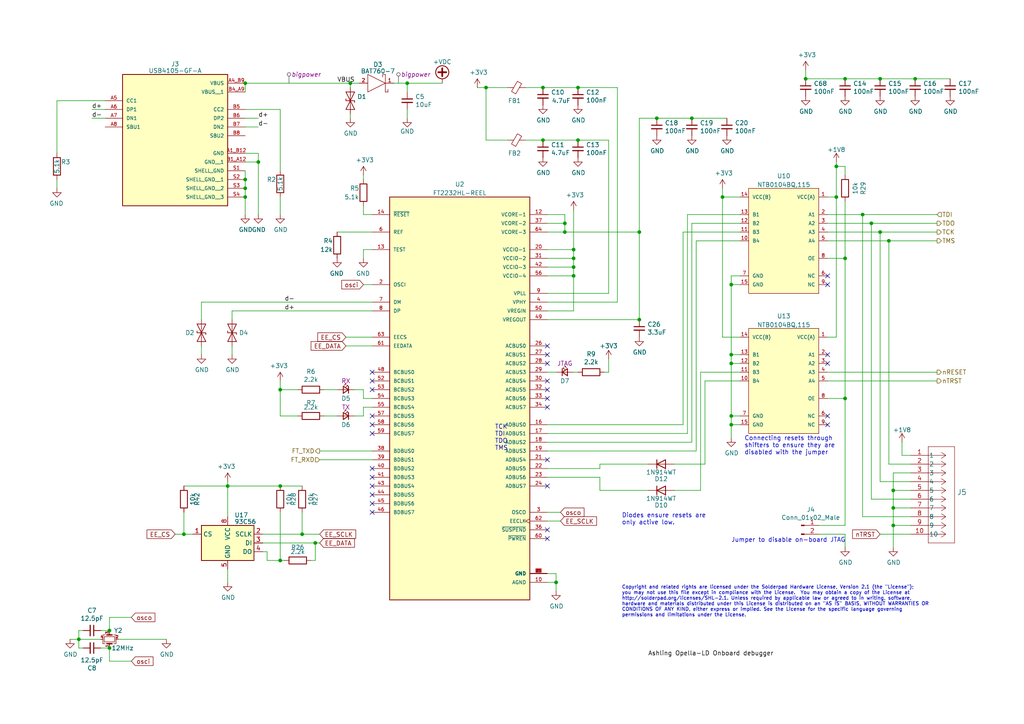
<source format=kicad_sch>
(kicad_sch (version 20230121) (generator eeschema)
  (paper "A4")
  (junction (at 255.27 67.31))
  (junction (at 250.19 62.23))
  (junction (at 140.97 25.4))
  (junction (at 245.11 22.86))
  (junction (at 157.48 25.4))
  (junction (at 166.37 72.39))
  (junction (at 190.5 34.29))
  (junction (at 255.27 22.86))
  (junction (at 163.83 67.31))
  (junction (at 259.08 152.4))
  (junction (at 245.11 115.57))
  (junction (at 166.37 77.47))
  (junction (at 53.34 154.94))
  (junction (at 74.93 46.99))
  (junction (at 118.11 24.13))
  (junction (at 161.29 168.91))
  (junction (at 81.28 113.03))
  (junction (at 166.37 74.93))
  (junction (at 66.04 140.97))
  (junction (at 212.09 123.19))
  (junction (at 233.68 22.86))
  (junction (at 71.12 57.15))
  (junction (at 185.42 67.31))
  (junction (at 259.08 142.24))
  (junction (at 200.66 34.29))
  (junction (at 167.64 40.64))
  (junction (at 167.64 25.4))
  (junction (at 209.55 57.15))
  (junction (at 212.09 102.87))
  (junction (at 71.12 52.07))
  (junction (at 31.75 187.96))
  (junction (at 101.6 24.13))
  (junction (at 242.57 57.15))
  (junction (at 22.86 185.42))
  (junction (at 166.37 80.01))
  (junction (at 71.12 54.61))
  (junction (at 163.83 64.77))
  (junction (at 31.75 182.88))
  (junction (at 71.12 24.13))
  (junction (at 81.28 140.97))
  (junction (at 259.08 147.32))
  (junction (at 91.44 157.48))
  (junction (at 212.09 105.41))
  (junction (at 265.43 22.86))
  (junction (at 245.11 74.93))
  (junction (at 157.48 40.64))
  (junction (at 242.57 48.26))
  (junction (at 81.28 162.56))
  (junction (at 252.73 64.77))
  (junction (at 185.42 92.71))
  (junction (at 212.09 120.65))
  (junction (at 212.09 82.55))
  (junction (at 257.81 69.85))
  (junction (at 87.63 154.94))
  (no_connect (at 107.95 107.95))
  (no_connect (at 240.03 120.65))
  (no_connect (at 107.95 110.49))
  (no_connect (at 240.03 82.55))
  (no_connect (at 240.03 80.01))
  (no_connect (at 240.03 123.19))
  (no_connect (at 107.95 140.97))
  (no_connect (at 240.03 105.41))
  (no_connect (at 158.75 110.49))
  (no_connect (at 158.75 113.03))
  (no_connect (at 158.75 115.57))
  (no_connect (at 158.75 118.11))
  (no_connect (at 107.95 125.73))
  (no_connect (at 107.95 135.89))
  (no_connect (at 107.95 143.51))
  (no_connect (at 107.95 146.05))
  (no_connect (at 107.95 148.59))
  (no_connect (at 107.95 138.43))
  (no_connect (at 158.75 153.67))
  (no_connect (at 158.75 156.21))
  (no_connect (at 158.75 102.87))
  (no_connect (at 158.75 100.33))
  (no_connect (at 158.75 105.41))
  (no_connect (at 158.75 133.35))
  (no_connect (at 158.75 140.97))
  (no_connect (at 107.95 120.65))
  (no_connect (at 107.95 123.19))
  (no_connect (at 107.95 113.03))
  (no_connect (at 240.03 102.87))
  (wire (pts (xy 264.16 149.86) (xy 250.19 149.86)))
  (wire (pts (xy 22.86 185.42) (xy 29.21 185.42)))
  (wire (pts (xy 158.75 125.73) (xy 199.39 125.73)))
  (wire (pts (xy 76.2 160.02) (xy 77.47 160.02)))
  (wire (pts (xy 77.47 162.56) (xy 81.28 162.56)))
  (wire (pts (xy 53.34 154.94) (xy 55.88 154.94)))
  (wire (pts (xy 212.09 102.87) (xy 212.09 105.41)))
  (wire (pts (xy 158.75 62.23) (xy 163.83 62.23)))
  (wire (pts (xy 71.12 36.83) (xy 74.93 36.83)))
  (wire (pts (xy 195.58 134.62) (xy 204.47 134.62)))
  (wire (pts (xy 22.86 182.88) (xy 24.13 182.88)))
  (wire (pts (xy 203.2 142.24) (xy 203.2 107.95)))
  (wire (pts (xy 245.11 48.26) (xy 242.57 48.26)))
  (wire (pts (xy 240.03 107.95) (xy 271.78 107.95)))
  (wire (pts (xy 20.32 185.42) (xy 22.86 185.42)))
  (wire (pts (xy 71.12 24.13) (xy 101.6 24.13)))
  (wire (pts (xy 91.44 157.48) (xy 92.71 157.48)))
  (wire (pts (xy 200.66 34.29) (xy 190.5 34.29)))
  (wire (pts (xy 212.09 105.41) (xy 212.09 120.65)))
  (wire (pts (xy 176.53 107.95) (xy 175.26 107.95)))
  (wire (pts (xy 212.09 123.19) (xy 214.63 123.19)))
  (wire (pts (xy 161.29 166.37) (xy 161.29 168.91)))
  (wire (pts (xy 265.43 22.86) (xy 275.59 22.86)))
  (wire (pts (xy 71.12 57.15) (xy 71.12 62.23)))
  (wire (pts (xy 176.53 40.64) (xy 176.53 85.09)))
  (wire (pts (xy 200.66 64.77) (xy 200.66 128.27)))
  (wire (pts (xy 31.75 191.77) (xy 31.75 187.96)))
  (wire (pts (xy 212.09 82.55) (xy 212.09 102.87)))
  (wire (pts (xy 161.29 168.91) (xy 161.29 171.45)))
  (wire (pts (xy 97.79 120.65) (xy 93.98 120.65)))
  (wire (pts (xy 105.41 113.03) (xy 105.41 115.57)))
  (wire (pts (xy 261.62 128.27) (xy 261.62 132.08)))
  (wire (pts (xy 152.4 40.64) (xy 157.48 40.64)))
  (wire (pts (xy 101.6 24.13) (xy 104.14 24.13)))
  (wire (pts (xy 257.81 69.85) (xy 257.81 134.62)))
  (wire (pts (xy 245.11 115.57) (xy 245.11 152.4)))
  (wire (pts (xy 105.41 118.11) (xy 107.95 118.11)))
  (wire (pts (xy 173.99 134.62) (xy 187.96 134.62)))
  (wire (pts (xy 212.09 123.19) (xy 212.09 127)))
  (wire (pts (xy 173.99 135.89) (xy 173.99 134.62)))
  (wire (pts (xy 81.28 140.97) (xy 87.63 140.97)))
  (wire (pts (xy 209.55 97.79) (xy 209.55 57.15)))
  (wire (pts (xy 214.63 62.23) (xy 199.39 62.23)))
  (wire (pts (xy 163.83 67.31) (xy 163.83 64.77)))
  (wire (pts (xy 237.49 154.94) (xy 245.11 154.94)))
  (wire (pts (xy 158.75 107.95) (xy 161.29 107.95)))
  (wire (pts (xy 138.43 25.4) (xy 140.97 25.4)))
  (wire (pts (xy 86.36 120.65) (xy 81.28 120.65)))
  (wire (pts (xy 105.41 59.69) (xy 105.41 62.23)))
  (wire (pts (xy 97.79 67.31) (xy 107.95 67.31)))
  (wire (pts (xy 158.75 67.31) (xy 163.83 67.31)))
  (wire (pts (xy 259.08 137.16) (xy 259.08 142.24)))
  (wire (pts (xy 71.12 34.29) (xy 74.93 34.29)))
  (wire (pts (xy 24.13 187.96) (xy 22.86 187.96)))
  (wire (pts (xy 81.28 148.59) (xy 81.28 162.56)))
  (wire (pts (xy 81.28 162.56) (xy 82.55 162.56)))
  (wire (pts (xy 152.4 25.4) (xy 157.48 25.4)))
  (wire (pts (xy 257.81 69.85) (xy 271.78 69.85)))
  (wire (pts (xy 214.63 97.79) (xy 209.55 97.79)))
  (wire (pts (xy 163.83 67.31) (xy 185.42 67.31)))
  (wire (pts (xy 128.27 24.13) (xy 118.11 24.13)))
  (wire (pts (xy 90.17 162.56) (xy 91.44 162.56)))
  (wire (pts (xy 158.75 80.01) (xy 166.37 80.01)))
  (wire (pts (xy 81.28 120.65) (xy 81.28 113.03)))
  (wire (pts (xy 74.93 44.45) (xy 74.93 46.99)))
  (wire (pts (xy 118.11 34.29) (xy 118.11 31.75)))
  (wire (pts (xy 198.12 123.19) (xy 198.12 67.31)))
  (wire (pts (xy 259.08 152.4) (xy 264.16 152.4)))
  (wire (pts (xy 58.42 87.63) (xy 107.95 87.63)))
  (wire (pts (xy 158.75 151.13) (xy 162.56 151.13)))
  (wire (pts (xy 240.03 69.85) (xy 257.81 69.85)))
  (wire (pts (xy 81.28 110.49) (xy 81.28 113.03)))
  (wire (pts (xy 50.8 154.94) (xy 53.34 154.94)))
  (wire (pts (xy 102.87 113.03) (xy 105.41 113.03)))
  (wire (pts (xy 71.12 31.75) (xy 81.28 31.75)))
  (wire (pts (xy 66.04 140.97) (xy 66.04 149.86)))
  (wire (pts (xy 158.75 138.43) (xy 173.99 138.43)))
  (wire (pts (xy 173.99 138.43) (xy 173.99 142.24)))
  (wire (pts (xy 212.09 120.65) (xy 212.09 123.19)))
  (wire (pts (xy 199.39 62.23) (xy 199.39 125.73)))
  (wire (pts (xy 255.27 154.94) (xy 264.16 154.94)))
  (wire (pts (xy 242.57 48.26) (xy 242.57 57.15)))
  (wire (pts (xy 259.08 152.4) (xy 259.08 158.75)))
  (wire (pts (xy 158.75 128.27) (xy 200.66 128.27)))
  (wire (pts (xy 163.83 62.23) (xy 163.83 64.77)))
  (wire (pts (xy 203.2 107.95) (xy 214.63 107.95)))
  (wire (pts (xy 201.93 69.85) (xy 214.63 69.85)))
  (wire (pts (xy 195.58 142.24) (xy 203.2 142.24)))
  (wire (pts (xy 250.19 62.23) (xy 250.19 149.86)))
  (wire (pts (xy 105.41 115.57) (xy 107.95 115.57)))
  (wire (pts (xy 53.34 140.97) (xy 66.04 140.97)))
  (wire (pts (xy 259.08 147.32) (xy 264.16 147.32)))
  (wire (pts (xy 204.47 110.49) (xy 214.63 110.49)))
  (wire (pts (xy 105.41 72.39) (xy 105.41 74.93)))
  (wire (pts (xy 233.68 22.86) (xy 245.11 22.86)))
  (wire (pts (xy 259.08 142.24) (xy 259.08 147.32)))
  (wire (pts (xy 101.6 34.29) (xy 101.6 33.02)))
  (wire (pts (xy 242.57 97.79) (xy 242.57 57.15)))
  (wire (pts (xy 26.67 34.29) (xy 30.48 34.29)))
  (wire (pts (xy 66.04 139.7) (xy 66.04 140.97)))
  (wire (pts (xy 245.11 154.94) (xy 245.11 158.75)))
  (wire (pts (xy 87.63 154.94) (xy 92.71 154.94)))
  (wire (pts (xy 158.75 72.39) (xy 166.37 72.39)))
  (wire (pts (xy 158.75 92.71) (xy 185.42 92.71)))
  (wire (pts (xy 102.87 120.65) (xy 105.41 120.65)))
  (wire (pts (xy 212.09 120.65) (xy 214.63 120.65)))
  (wire (pts (xy 240.03 64.77) (xy 252.73 64.77)))
  (wire (pts (xy 158.75 64.77) (xy 163.83 64.77)))
  (wire (pts (xy 101.6 25.4) (xy 101.6 24.13)))
  (wire (pts (xy 158.75 166.37) (xy 161.29 166.37)))
  (wire (pts (xy 212.09 102.87) (xy 214.63 102.87)))
  (wire (pts (xy 158.75 74.93) (xy 166.37 74.93)))
  (wire (pts (xy 209.55 57.15) (xy 214.63 57.15)))
  (wire (pts (xy 245.11 74.93) (xy 245.11 115.57)))
  (wire (pts (xy 67.31 92.71) (xy 67.31 90.17)))
  (wire (pts (xy 264.16 139.7) (xy 255.27 139.7)))
  (wire (pts (xy 162.56 148.59) (xy 158.75 148.59)))
  (wire (pts (xy 71.12 52.07) (xy 71.12 54.61)))
  (wire (pts (xy 67.31 90.17) (xy 107.95 90.17)))
  (wire (pts (xy 212.09 105.41) (xy 214.63 105.41)))
  (wire (pts (xy 71.12 44.45) (xy 74.93 44.45)))
  (wire (pts (xy 158.75 123.19) (xy 198.12 123.19)))
  (wire (pts (xy 264.16 137.16) (xy 259.08 137.16)))
  (wire (pts (xy 105.41 120.65) (xy 105.41 118.11)))
  (wire (pts (xy 81.28 113.03) (xy 86.36 113.03)))
  (wire (pts (xy 16.51 54.61) (xy 16.51 52.07)))
  (wire (pts (xy 16.51 29.21) (xy 16.51 44.45)))
  (wire (pts (xy 81.28 62.23) (xy 81.28 57.15)))
  (wire (pts (xy 233.68 20.32) (xy 233.68 22.86)))
  (wire (pts (xy 240.03 62.23) (xy 250.19 62.23)))
  (wire (pts (xy 87.63 148.59) (xy 87.63 154.94)))
  (wire (pts (xy 212.09 80.01) (xy 212.09 82.55)))
  (wire (pts (xy 173.99 142.24) (xy 187.96 142.24)))
  (wire (pts (xy 16.51 29.21) (xy 30.48 29.21)))
  (wire (pts (xy 158.75 87.63) (xy 179.07 87.63)))
  (wire (pts (xy 22.86 187.96) (xy 22.86 185.42)))
  (wire (pts (xy 29.21 182.88) (xy 31.75 182.88)))
  (wire (pts (xy 252.73 64.77) (xy 252.73 144.78)))
  (wire (pts (xy 22.86 185.42) (xy 22.86 182.88)))
  (wire (pts (xy 105.41 50.8) (xy 105.41 52.07)))
  (wire (pts (xy 71.12 24.13) (xy 71.12 26.67)))
  (wire (pts (xy 212.09 80.01) (xy 214.63 80.01)))
  (wire (pts (xy 31.75 179.07) (xy 31.75 182.88)))
  (wire (pts (xy 26.67 31.75) (xy 30.48 31.75)))
  (wire (pts (xy 92.71 133.35) (xy 107.95 133.35)))
  (wire (pts (xy 105.41 62.23) (xy 107.95 62.23)))
  (wire (pts (xy 255.27 22.86) (xy 265.43 22.86)))
  (wire (pts (xy 100.33 100.33) (xy 107.95 100.33)))
  (wire (pts (xy 185.42 34.29) (xy 185.42 67.31)))
  (wire (pts (xy 66.04 140.97) (xy 81.28 140.97)))
  (wire (pts (xy 198.12 67.31) (xy 214.63 67.31)))
  (wire (pts (xy 58.42 87.63) (xy 58.42 92.71)))
  (wire (pts (xy 264.16 134.62) (xy 257.81 134.62)))
  (wire (pts (xy 91.44 162.56) (xy 91.44 157.48)))
  (wire (pts (xy 185.42 92.71) (xy 185.42 67.31)))
  (wire (pts (xy 209.55 54.61) (xy 209.55 57.15)))
  (wire (pts (xy 259.08 147.32) (xy 259.08 152.4)))
  (wire (pts (xy 67.31 100.33) (xy 67.31 102.87)))
  (wire (pts (xy 114.3 24.13) (xy 118.11 24.13)))
  (wire (pts (xy 250.19 62.23) (xy 271.78 62.23)))
  (wire (pts (xy 34.29 185.42) (xy 48.26 185.42)))
  (wire (pts (xy 237.49 152.4) (xy 245.11 152.4)))
  (wire (pts (xy 179.07 25.4) (xy 179.07 87.63)))
  (wire (pts (xy 210.82 34.29) (xy 200.66 34.29)))
  (wire (pts (xy 255.27 67.31) (xy 255.27 139.7)))
  (wire (pts (xy 77.47 160.02) (xy 77.47 162.56)))
  (wire (pts (xy 264.16 144.78) (xy 252.73 144.78)))
  (wire (pts (xy 166.37 107.95) (xy 167.64 107.95)))
  (wire (pts (xy 92.71 130.81) (xy 107.95 130.81)))
  (wire (pts (xy 140.97 25.4) (xy 147.32 25.4)))
  (wire (pts (xy 158.75 85.09) (xy 176.53 85.09)))
  (wire (pts (xy 157.48 25.4) (xy 167.64 25.4)))
  (wire (pts (xy 214.63 64.77) (xy 200.66 64.77)))
  (wire (pts (xy 204.47 134.62) (xy 204.47 110.49)))
  (wire (pts (xy 242.57 46.99) (xy 242.57 48.26)))
  (wire (pts (xy 240.03 97.79) (xy 242.57 97.79)))
  (wire (pts (xy 118.11 26.67) (xy 118.11 24.13)))
  (wire (pts (xy 100.33 97.79) (xy 107.95 97.79)))
  (wire (pts (xy 71.12 46.99) (xy 74.93 46.99)))
  (wire (pts (xy 167.64 25.4) (xy 179.07 25.4)))
  (wire (pts (xy 252.73 64.77) (xy 271.78 64.77)))
  (wire (pts (xy 38.1 179.07) (xy 31.75 179.07)))
  (wire (pts (xy 245.11 50.8) (xy 245.11 48.26)))
  (wire (pts (xy 158.75 168.91) (xy 161.29 168.91)))
  (wire (pts (xy 185.42 34.29) (xy 190.5 34.29)))
  (wire (pts (xy 240.03 67.31) (xy 255.27 67.31)))
  (wire (pts (xy 105.41 82.55) (xy 107.95 82.55)))
  (wire (pts (xy 71.12 54.61) (xy 71.12 57.15)))
  (wire (pts (xy 245.11 22.86) (xy 255.27 22.86)))
  (wire (pts (xy 166.37 90.17) (xy 166.37 80.01)))
  (wire (pts (xy 201.93 69.85) (xy 201.93 130.81)))
  (wire (pts (xy 158.75 90.17) (xy 166.37 90.17)))
  (wire (pts (xy 81.28 31.75) (xy 81.28 49.53)))
  (wire (pts (xy 166.37 80.01) (xy 166.37 77.47)))
  (wire (pts (xy 53.34 148.59) (xy 53.34 154.94)))
  (wire (pts (xy 166.37 74.93) (xy 166.37 72.39)))
  (wire (pts (xy 140.97 40.64) (xy 140.97 25.4)))
  (wire (pts (xy 261.62 132.08) (xy 264.16 132.08)))
  (wire (pts (xy 240.03 115.57) (xy 245.11 115.57)))
  (wire (pts (xy 38.1 191.77) (xy 31.75 191.77)))
  (wire (pts (xy 97.79 113.03) (xy 93.98 113.03)))
  (wire (pts (xy 158.75 130.81) (xy 201.93 130.81)))
  (wire (pts (xy 176.53 104.14) (xy 176.53 107.95)))
  (wire (pts (xy 71.12 49.53) (xy 71.12 52.07)))
  (wire (pts (xy 255.27 67.31) (xy 271.78 67.31)))
  (wire (pts (xy 76.2 154.94) (xy 87.63 154.94)))
  (wire (pts (xy 212.09 82.55) (xy 214.63 82.55)))
  (wire (pts (xy 66.04 165.1) (xy 66.04 168.91)))
  (wire (pts (xy 140.97 40.64) (xy 147.32 40.64)))
  (wire (pts (xy 240.03 57.15) (xy 242.57 57.15)))
  (wire (pts (xy 29.21 187.96) (xy 31.75 187.96)))
  (wire (pts (xy 167.64 40.64) (xy 157.48 40.64)))
  (wire (pts (xy 245.11 58.42) (xy 245.11 74.93)))
  (wire (pts (xy 259.08 142.24) (xy 264.16 142.24)))
  (wire (pts (xy 240.03 110.49) (xy 271.78 110.49)))
  (wire (pts (xy 158.75 77.47) (xy 166.37 77.47)))
  (wire (pts (xy 158.75 135.89) (xy 173.99 135.89)))
  (wire (pts (xy 105.41 72.39) (xy 107.95 72.39)))
  (wire (pts (xy 166.37 72.39) (xy 166.37 60.96)))
  (wire (pts (xy 176.53 40.64) (xy 167.64 40.64)))
  (wire (pts (xy 58.42 100.33) (xy 58.42 102.87)))
  (wire (pts (xy 245.11 74.93) (xy 240.03 74.93)))
  (wire (pts (xy 74.93 46.99) (xy 74.93 62.23)))
  (wire (pts (xy 76.2 157.48) (xy 91.44 157.48)))
  (wire (pts (xy 166.37 77.47) (xy 166.37 74.93)))
  (text "Diodes ensure resets are\nonly active low." (at 180.34 152.4 0) (effects (font (size 1.27 1.27)) (justify left bottom)))
  (text "Jumper to disable on-board JTAG" (at 212.09 157.48 0) (effects (font (size 1.27 1.27)) (justify left bottom)))
  (text "TCK\nTDI\nTDO\nTMS" (at 143.51 130.81 0) (effects (font (size 1.27 1.27)) (justify left bottom)))
  (text "Copyright and related rights are licensed under the Solderpad Hardware License, Version 2.1 (the \"License\");\nyou may not use this file except in compliance with the License.  You may obtain a copy of the License at\nhttp://solderpad.org/licenses/SHL-2.1. Unless required by applicable law or agreed to in writing, software,\nhardware and materials distributed under this License is distributed on an \"AS IS\" BASIS, WITHOUT WARRANTIES OR\nCONDITIONS OF ANY KIND, either express or implied. See the License for the specific language governing\npermissions and limitations under the License.\n" (at 180.34 179.07 0) (effects (font (size 1 1)) (justify left bottom)))
  (text "Connecting resets through\nshifters to ensure they are\ndisabled with the jumper" (at 215.9 132.08 0) (effects (font (size 1.27 1.27)) (justify left bottom)))
  (label "d-" (at 82.55 87.63 0))
  (label "d+" (at 82.55 90.17 0))
  (label "d+" (at 74.93 34.29 0))
  (label "d+" (at 26.67 31.75 0))
  (label "d-" (at 74.93 36.83 0))
  (label "d-" (at 26.67 34.29 0))
  (label "VBUS" (at 97.79 24.13 0))
  (label "Ashling Opella-LD Onboard debugger" (at 187.96 190.5 0))
  (global_label "osci" (shape input) (at 38.1 191.77 0) (property "Intersheetrefs" "${INTERSHEET_REFS}" (effects hide)))
  (global_label "osci" (shape input) (at 105.41 82.55 180) (property "Intersheetrefs" "${INTERSHEET_REFS}" (effects hide)))
  (global_label "EE_CS" (shape input) (at 50.8 154.94 180) (property "Intersheetrefs" "${INTERSHEET_REFS}" (effects hide)))
  (global_label "EE_DATA" (shape input) (at 100.33 100.33 180) (property "Intersheetrefs" "${INTERSHEET_REFS}" (effects hide)))
  (global_label "osco" (shape input) (at 38.1 179.07 0) (property "Intersheetrefs" "${INTERSHEET_REFS}" (effects hide)))
  (global_label "EE_SCLK" (shape input) (at 92.71 154.94 0) (property "Intersheetrefs" "${INTERSHEET_REFS}" (effects hide)))
  (global_label "EE_SCLK" (shape input) (at 162.56 151.13 0) (property "Intersheetrefs" "${INTERSHEET_REFS}" (effects hide)))
  (global_label "EE_DATA" (shape input) (at 92.71 157.48 0) (property "Intersheetrefs" "${INTERSHEET_REFS}" (effects hide)))
  (global_label "nTRST" (shape input) (at 255.27 154.94 180) (property "Intersheetrefs" "${INTERSHEET_REFS}" (effects hide)))
  (global_label "EE_CS" (shape input) (at 100.33 97.79 180) (property "Intersheetrefs" "${INTERSHEET_REFS}" (effects hide)))
  (global_label "osco" (shape input) (at 162.56 148.59 0) (property "Intersheetrefs" "${INTERSHEET_REFS}" (effects hide)))
  (hierarchical_label "TDO" (shape output) (at 271.78 64.77 0))
  (hierarchical_label "TDI" (shape input) (at 271.78 62.23 0))
  (hierarchical_label "TCK" (shape output) (at 271.78 67.31 0))
  (hierarchical_label "nRESET" (shape output) (at 271.78 107.95 0))
  (hierarchical_label "FT_TXD" (shape output) (at 92.71 130.81 180))
  (hierarchical_label "nTRST" (shape output) (at 271.78 110.49 0))
  (hierarchical_label "FT_RXD" (shape input) (at 92.71 133.35 180))
  (hierarchical_label "TMS" (shape output) (at 271.78 69.85 0))
  (netclass_flag "" (length 2.54) (shape round) (at 83.82 24.13 0) (property "Netclass" "bigpower" (at 84.5185 21.59 0) (effects (font italic) (justify left))))
  (netclass_flag "" (length 2.54) (shape round) (at 115.57 24.13 0) (property "Netclass" "bigpower" (at 116.2685 21.59 0) (effects (font italic) (justify left))))
  (symbol (lib_id "Device:R") (at 86.36 162.56 270) (mirror x) (unit 1)
    (property "Reference" "R26" (at 86.36 158.75 90))
    (property "Value" "2.2k" (at 86.36 160.02 90))
    (property "Footprint" "Resistor_SMD:R_0603_1608Metric_Pad0.98x0.95mm_HandSolder" (effects hide))
  )
  (symbol (lib_id "Device:R") (at 16.51 48.26 0) (mirror y) (unit 1)
    (property "Reference" "R3" (at 19.05 46.99 0))
    (property "Value" "5.1k" (at 16.51 48.26 90))
    (property "Footprint" "Resistor_SMD:R_0603_1608Metric_Pad0.98x0.95mm_HandSolder" (effects hide))
  )
  (symbol (lib_id "NTB0104:NTB0104BQ,115") (at 242.57 57.15 0) (mirror y) (unit 1)
    (property "Reference" "U10" (at 227.33 51.0372 0))
    (property "Value" "NTB0104BQ,115" (at 227.33 53.5741 0))
    (property "Footprint" "NTB0104:NXP_Semiconductors-SOT762-1-08_2019-0-MFG" (effects hide))
    (property "Datasheet" "https://www.nxp.com/docs/en/data-sheet/NTB0104.pdf" (effects hide))
    (property "ambient temperature range high" "+125°C" (effects hide))
    (property "ambient temperature range low" "-40°C" (effects hide))
    (property "automotive" "No" (effects hide))
    (property "category" "IC" (effects hide))
    (property "data rate" "80Mbits/s" (effects hide))
    (property "device class L1" "Integrated Circuits (ICs)" (effects hide))
    (property "device class L2" "Logic ICs" (effects hide))
    (property "device class L3" "Voltage Level Shifters" (effects hide))
    (property "digikey description" "IC TRNSLTR BIDIR 14DHVQFN" (effects hide))
    (property "digikey part number" "568-8404-1-ND" (effects hide))
    (property "footprint url" "https://www.nxp.com/docs/en/package-information/SOT762-1.pdf" (effects hide))
    (property "height" "1mm" (effects hide))
    (property "ipc land pattern name" "QFN50P300X250X100-14" (effects hide))
    (property "lead free" "Yes" (effects hide))
    (property "library id" "f4e28d2850299a24" (effects hide))
    (property "logic function desc" "Non-Inverting" (effects hide))
    (property "manufacturer" "NXP Semiconductors" (effects hide))
    (property "max supply voltage" "5.5V" (effects hide))
    (property "min supply voltage" "1.2V" (effects hide))
    (property "mouser description" "Translation - Voltage Levels 4.2ns 5.5V 250mW OD Transceiver" (effects hide))
    (property "mouser part number" "771-NTB0104BQ115" (effects hide))
    (property "nominal supply current" "0.05-3.5uA" (effects hide))
    (property "number of circuits" "1" (effects hide))
    (property "number of inputs" "4" (effects hide))
    (property "number of outputs" "4" (effects hide))
    (property "package" "VQFN14" (effects hide))
    (property "rohs" "Yes" (effects hide))
    (property "standoff height" "0mm" (effects hide))
    (property "temperature range high" "+125°C" (effects hide))
    (property "temperature range low" "-40°C" (effects hide))
    (property "v a max" "3.6V" (effects hide))
    (property "v a min" "1.2V" (effects hide))
    (property "v b max" "5.5V" (effects hide))
    (property "v b min" "1.65V" (effects hide))
  )
  (symbol (lib_id "power:+3.3V") (at 176.53 104.14 0) (unit 1)
    (property "Reference" "#PWR0116" (effects hide))
    (property "Value" "+3.3V" (at 176.53 100.33 0))
  )
  (symbol (lib_id "Device:LED_Small") (at 100.33 113.03 0) (mirror y) (unit 1)
    (property "Reference" "D5" (at 100.33 115.57 0))
    (property "Value" "LED_Small" (effects hide))
    (property "Footprint" "LED_SMD:LED_0603_1608Metric" (effects hide))
    (property "Function" "RX" (at 100.33 110.49 0))
  )
  (symbol (lib_id "power:+1V8") (at 261.62 128.27 0) (unit 1)
    (property "Reference" "#PWR077" (effects hide))
    (property "Value" "+1V8" (at 261.62 124.6942 0))
  )
  (symbol (lib_id "Diode:1N914WT") (at 191.77 134.62 0) (mirror x) (unit 1)
    (property "Reference" "D12" (at 191.77 138.8999 0))
    (property "Value" "1N914WT" (at 191.77 136.9789 0))
    (property "Footprint" "Diode_SMD:D_SOD-523" (effects hide))
    (property "Datasheet" "http://www.mouser.com/ds/2/149/1N4148WT-461550.pdf" (effects hide))
    (property "Sim.Device" "D" (effects hide))
    (property "Sim.Pins" "1=K 2=A" (effects hide))
  )
  (symbol (lib_id "power:GND") (at 245.11 27.94 0) (unit 1)
    (property "Reference" "#PWR035" (effects hide))
    (property "Value" "GND" (at 245.237 32.3342 0))
  )
  (symbol (lib_id "NTB0104:NTB0104BQ,115") (at 242.57 97.79 0) (mirror y) (unit 1)
    (property "Reference" "U13" (at 227.33 91.6772 0))
    (property "Value" "NTB0104BQ,115" (at 227.33 94.2141 0))
    (property "Footprint" "NTB0104:NXP_Semiconductors-SOT762-1-08_2019-0-MFG" (effects hide))
    (property "Datasheet" "https://www.nxp.com/docs/en/data-sheet/NTB0104.pdf" (effects hide))
    (property "ambient temperature range high" "+125°C" (effects hide))
    (property "ambient temperature range low" "-40°C" (effects hide))
    (property "automotive" "No" (effects hide))
    (property "category" "IC" (effects hide))
    (property "data rate" "80Mbits/s" (effects hide))
    (property "device class L1" "Integrated Circuits (ICs)" (effects hide))
    (property "device class L2" "Logic ICs" (effects hide))
    (property "device class L3" "Voltage Level Shifters" (effects hide))
    (property "digikey description" "IC TRNSLTR BIDIR 14DHVQFN" (effects hide))
    (property "digikey part number" "568-8404-1-ND" (effects hide))
    (property "footprint url" "https://www.nxp.com/docs/en/package-information/SOT762-1.pdf" (effects hide))
    (property "height" "1mm" (effects hide))
    (property "ipc land pattern name" "QFN50P300X250X100-14" (effects hide))
    (property "lead free" "Yes" (effects hide))
    (property "library id" "f4e28d2850299a24" (effects hide))
    (property "logic function desc" "Non-Inverting" (effects hide))
    (property "manufacturer" "NXP Semiconductors" (effects hide))
    (property "max supply voltage" "5.5V" (effects hide))
    (property "min supply voltage" "1.2V" (effects hide))
    (property "mouser description" "Translation - Voltage Levels 4.2ns 5.5V 250mW OD Transceiver" (effects hide))
    (property "mouser part number" "771-NTB0104BQ115" (effects hide))
    (property "nominal supply current" "0.05-3.5uA" (effects hide))
    (property "number of circuits" "1" (effects hide))
    (property "number of inputs" "4" (effects hide))
    (property "number of outputs" "4" (effects hide))
    (property "package" "VQFN14" (effects hide))
    (property "rohs" "Yes" (effects hide))
    (property "standoff height" "0mm" (effects hide))
    (property "temperature range high" "+125°C" (effects hide))
    (property "temperature range low" "-40°C" (effects hide))
    (property "v a max" "3.6V" (effects hide))
    (property "v a min" "1.2V" (effects hide))
    (property "v b max" "5.5V" (effects hide))
    (property "v b min" "1.65V" (effects hide))
  )
  (symbol (lib_id "power:+1V8") (at 242.57 46.99 0) (unit 1)
    (property "Reference" "#PWR076" (effects hide))
    (property "Value" "+1V8" (at 242.57 43.4142 0))
  )
  (symbol (lib_id "Device:R") (at 105.41 55.88 0) (unit 1)
    (property "Reference" "R5" (at 102.87 54.61 0))
    (property "Value" "5.1k" (at 104.14 57.15 0) (effects (justify right)))
    (property "Footprint" "Resistor_SMD:R_0603_1608Metric_Pad0.98x0.95mm_HandSolder" (effects hide))
  )
  (symbol (lib_id "Diode:ESD9B5.0ST5G") (at 58.42 96.52 270) (unit 1)
    (property "Reference" "D2" (at 56.4134 96.52 90) (effects (justify right)))
    (property "Value" "ESD9B5.0ST5G" (effects hide))
    (property "Footprint" "Diode_SMD:D_SOD-923" (effects hide))
    (property "Datasheet" "https://www.onsemi.com/pub/Collateral/ESD9B-D.PDF" (effects hide))
  )
  (symbol (lib_id "jtag header:3220-10-0100-00") (at 264.16 132.08 0) (unit 1)
    (property "Reference" "J5" (at 277.5585 142.763 0) (effects (font (size 1.524 1.524)) (justify left)))
    (property "Value" "3220-10-0100-00" (effects hide))
    (property "Footprint" "CONN_3220-10-0100-00_CNC" (effects hide))
    (property "Datasheet" "3220-10-0100-00" (effects hide))
  )
  (symbol (lib_id "Device:C_Small") (at 167.64 43.18 0) (mirror y) (unit 1)
    (property "Reference" "C13" (at 169.9768 42.0116 0) (effects (justify right)))
    (property "Value" "100nF" (at 169.9768 44.323 0) (effects (justify right)))
    (property "Footprint" "Capacitor_SMD:C_0603_1608Metric" (effects hide))
    (property "Voltage" "6.3" (effects hide))
  )
  (symbol (lib_id "Device:C_Small") (at 118.11 29.21 0) (mirror y) (unit 1)
    (property "Reference" "C5" (at 120.4468 28.0416 0) (effects (justify right)))
    (property "Value" "10uF" (at 120.4468 30.353 0) (effects (justify right)))
    (property "Footprint" "Capacitor_SMD:C_0603_1608Metric" (effects hide))
    (property "Voltage" "6.3" (effects hide))
  )
  (symbol (lib_id "power:+3.3V") (at 166.37 60.96 0) (unit 1)
    (property "Reference" "#PWR033" (effects hide))
    (property "Value" "+3.3V" (at 166.751 56.5658 0))
  )
  (symbol (lib_id "power:GND") (at 105.41 74.93 0) (mirror y) (unit 1)
    (property "Reference" "#PWR0121" (effects hide))
    (property "Value" "GND" (at 105.283 79.3242 0))
  )
  (symbol (lib_id "power:GND") (at 101.6 34.29 0) (unit 1)
    (property "Reference" "#PWR012" (effects hide))
    (property "Value" "GND" (at 101.727 38.6842 0))
  )
  (symbol (lib_id "Device:C_Small") (at 157.48 43.18 0) (mirror y) (unit 1)
    (property "Reference" "C11" (at 159.8168 42.0116 0) (effects (justify right)))
    (property "Value" "4.7uF" (at 159.8168 44.323 0) (effects (justify right)))
    (property "Footprint" "Capacitor_SMD:C_0603_1608Metric" (effects hide))
    (property "Voltage" "6.3" (effects hide))
  )
  (symbol (lib_id "power:+3.3V") (at 66.04 139.7 0) (mirror y) (unit 1)
    (property "Reference" "#PWR058" (effects hide))
    (property "Value" "+3.3V" (at 65.659 135.3058 0))
  )
  (symbol (lib_id "Device:R") (at 245.11 54.61 0) (mirror x) (unit 1)
    (property "Reference" "R29" (at 250.3678 54.61 90))
    (property "Value" "10k" (at 248.0564 54.61 90))
    (property "Footprint" "Resistor_SMD:R_0603_1608Metric_Pad0.98x0.95mm_HandSolder" (effects hide))
  )
  (symbol (lib_id "power:GND") (at 67.31 102.87 0) (unit 1)
    (property "Reference" "#PWR014" (effects hide))
    (property "Value" "GND" (at 67.437 107.2642 0))
  )
  (symbol (lib_id "power:GND") (at 210.82 39.37 0) (unit 1)
    (property "Reference" "#PWR048" (effects hide))
    (property "Value" "GND" (at 210.947 43.7642 0))
  )
  (symbol (lib_id "Device:C_Small") (at 185.42 95.25 0) (mirror y) (unit 1)
    (property "Reference" "C26" (at 187.7568 94.0816 0) (effects (justify right)))
    (property "Value" "3.3uF" (at 187.7568 96.393 0) (effects (justify right)))
    (property "Footprint" "Capacitor_SMD:C_0603_1608Metric" (effects hide))
    (property "Voltage" "6.3" (effects hide))
  )
  (symbol (lib_id "Diode:ESD9B5.0ST5G") (at 67.31 96.52 270) (unit 1)
    (property "Reference" "D4" (at 69.3166 96.52 90) (effects (justify left)))
    (property "Value" "ESD9B5.0ST5G" (effects hide))
    (property "Footprint" "Diode_SMD:D_SOD-923" (effects hide))
    (property "Datasheet" "https://www.onsemi.com/pub/Collateral/ESD9B-D.PDF" (effects hide))
  )
  (symbol (lib_id "power:GND") (at 58.42 102.87 0) (unit 1)
    (property "Reference" "#PWR013" (effects hide))
    (property "Value" "GND" (at 58.547 107.2642 0))
  )
  (symbol (lib_id "power:GND") (at 245.11 158.75 0) (unit 1)
    (property "Reference" "#PWR0104" (effects hide))
    (property "Value" "GND" (at 245.237 163.1442 0))
  )
  (symbol (lib_id "power:GND") (at 66.04 168.91 0) (unit 1)
    (property "Reference" "#PWR064" (effects hide))
    (property "Value" "GND" (at 66.167 173.3042 0))
  )
  (symbol (lib_id "power:GND") (at 118.11 34.29 0) (unit 1)
    (property "Reference" "#PWR016" (effects hide))
    (property "Value" "GND" (at 118.11 38.1 0))
  )
  (symbol (lib_id "power:GND") (at 233.68 27.94 0) (unit 1)
    (property "Reference" "#PWR075" (effects hide))
    (property "Value" "GND" (at 233.807 32.3342 0))
  )
  (symbol (lib_id "power:GND") (at 185.42 97.79 0) (unit 1)
    (property "Reference" "#PWR057" (effects hide))
    (property "Value" "GND" (at 185.547 102.1842 0))
  )
  (symbol (lib_id "Device:C_Small") (at 167.64 27.94 0) (mirror y) (unit 1)
    (property "Reference" "C12" (at 169.9768 26.7716 0) (effects (justify right)))
    (property "Value" "100nF" (at 169.9768 29.083 0) (effects (justify right)))
    (property "Footprint" "Capacitor_SMD:C_0603_1608Metric" (effects hide))
    (property "Voltage" "6.3" (effects hide))
  )
  (symbol (lib_id "power:GND") (at 212.09 127 0) (unit 1)
    (property "Reference" "#PWR065" (effects hide))
    (property "Value" "GND" (at 212.217 131.3942 0))
  )
  (symbol (lib_id "power:GND") (at 265.43 27.94 0) (unit 1)
    (property "Reference" "#PWR039" (effects hide))
    (property "Value" "GND" (at 265.557 32.3342 0))
  )
  (symbol (lib_id "power:+VDC") (at 128.27 24.13 0) (unit 1)
    (property "Reference" "#PWR0173" (effects hide))
    (property "Value" "+VDC" (at 128.27 17.9611 0))
  )
  (symbol (lib_id "power:GND") (at 259.08 158.75 0) (unit 1)
    (property "Reference" "#PWR0105" (effects hide))
    (property "Value" "GND" (at 259.207 163.1442 0))
  )
  (symbol (lib_id "power:GND") (at 255.27 27.94 0) (unit 1)
    (property "Reference" "#PWR037" (effects hide))
    (property "Value" "GND" (at 255.397 32.3342 0))
  )
  (symbol (lib_id "power:GND") (at 71.12 62.23 0) (unit 1)
    (property "Reference" "#PWR010" (effects hide))
    (property "Value" "GND" (at 71.247 66.6242 0))
  )
  (symbol (lib_id "usb:USB4105-GF-A") (at 50.8 34.29 0) (unit 1)
    (property "Reference" "J3" (at 50.8 18.5801 0))
    (property "Value" "USB4105-GF-A" (at 50.8 20.5011 0))
    (property "Footprint" "GCT_USB4105-GF-A" (effects hide))
    (property "MANUFACTURER" "GCT" (effects hide))
    (property "PARTREV" "A3" (effects hide))
    (property "STANDARD" "Manufacturer Recommendations" (effects hide))
    (property "MAXIMUM_PACKAGE_HEIGHT" "3.31 mm" (effects hide))
  )
  (symbol (lib_id "diode:BAT760-7") (at 101.6 24.13 0) (unit 1)
    (property "Reference" "D3" (at 109.601 18.7071 0))
    (property "Value" "BAT760-7" (at 109.601 20.6281 0))
    (property "Footprint" "diode:Diodes-SOD323-03_2017-0-0" (effects hide))
    (property "Datasheet" "https://www.diodes.com/assets/Datasheets/ds30498.pdf" (effects hide))
    (property "DC blocking voltage" "30V" (effects hide))
    (property "capacitance" "25pF" (effects hide))
    (property "category" "Diode" (effects hide))
    (property "device class L1" "Discrete Semiconductors" (effects hide))
    (property "device class L2" "Diodes" (effects hide))
    (property "device class L3" "Schottky Diodes" (effects hide))
    (property "digikey description" "DIODE SCHOTTKY 30V 1A SOD323" (effects hide))
    (property "digikey part number" "BAT760DICT-ND" (effects hide))
    (property "footprint url" "https://www.diodes.com/assets/Package-Files/SOD323.pdf" (effects hide))
    (property "height" "1.2mm" (effects hide))
    (property "lead free" "yes" (effects hide))
    (property "library id" "bf1a09f8f564a7a6" (effects hide))
    (property "manufacturer" "Diodes" (effects hide))
    (property "max junction temp" "+150°C" (effects hide))
    (property "max repetitive reverse voltage" "30V" (effects hide))
    (property "max surge forward current" "5.5A" (effects hide))
    (property "mouser description" "Schottky Diodes & Rectifiers 0.5A 30V LF" (effects hide))
    (property "mouser part number" "621-BAT760-7" (effects hide))
    (property "package" "SOD323" (effects hide))
    (property "peak reverse current" "50uA" (effects hide))
    (property "rohs" "yes" (effects hide))
    (property "standoff height" "0.05mm" (effects hide))
    (property "temperature range high" "+150°C" (effects hide))
    (property "temperature range low" "-65°C" (effects hide))
    (property "working reverse voltage" "30V" (effects hide))
  )
  (symbol (lib_id "Device:C_Small") (at 200.66 36.83 0) (mirror y) (unit 1)
    (property "Reference" "C19" (at 202.9968 35.6616 0) (effects (justify right)))
    (property "Value" "100nF" (at 202.9968 37.973 0) (effects (justify right)))
    (property "Footprint" "Capacitor_SMD:C_0603_1608Metric" (effects hide))
    (property "Voltage" "6.3" (effects hide))
  )
  (symbol (lib_id "Device:C_Small") (at 265.43 25.4 0) (mirror y) (unit 1)
    (property "Reference" "C16" (at 267.7668 24.2316 0) (effects (justify right)))
    (property "Value" "100nF" (at 267.7668 26.543 0) (effects (justify right)))
    (property "Footprint" "Capacitor_SMD:C_0603_1608Metric" (effects hide))
    (property "Voltage" "6.3" (effects hide))
  )
  (symbol (lib_id "Device:C_Small") (at 26.67 182.88 270) (unit 1)
    (property "Reference" "C7" (at 26.67 177.0634 90))
    (property "Value" "12.5pF" (at 26.67 179.3748 90))
    (property "Footprint" "Capacitor_SMD:C_0603_1608Metric" (effects hide))
  )
  (symbol (lib_id "Device:LED_Small") (at 100.33 120.65 0) (mirror y) (unit 1)
    (property "Reference" "D6" (at 100.33 123.19 0))
    (property "Value" "LED_Small" (effects hide))
    (property "Footprint" "LED_SMD:LED_0603_1608Metric" (effects hide))
    (property "Function" "TX" (at 100.33 118.11 0))
  )
  (symbol (lib_id "Diode:ESD9B5.0ST5G") (at 101.6 29.21 270) (unit 1)
    (property "Reference" "D1" (at 103.6066 28.0416 90) (effects (justify left)))
    (property "Value" "ESD9B5.0ST5G" (effects hide))
    (property "Footprint" "Diode_SMD:D_SOD-923" (effects hide))
    (property "Datasheet" "https://www.onsemi.com/pub/Collateral/ESD9B-D.PDF" (effects hide))
  )
  (symbol (lib_id "power:+3.3V") (at 138.43 25.4 0) (unit 1)
    (property "Reference" "#PWR019" (effects hide))
    (property "Value" "+3.3V" (at 138.811 21.0058 0))
  )
  (symbol (lib_id "Device:C_Small") (at 190.5 36.83 0) (mirror y) (unit 1)
    (property "Reference" "C18" (at 192.8368 35.6616 0) (effects (justify right)))
    (property "Value" "100nF" (at 192.8368 37.973 0) (effects (justify right)))
    (property "Footprint" "Capacitor_SMD:C_0603_1608Metric" (effects hide))
    (property "Voltage" "6.3" (effects hide))
  )
  (symbol (lib_id "Device:C_Small") (at 26.67 187.96 270) (unit 1)
    (property "Reference" "C8" (at 26.67 193.7766 90))
    (property "Value" "12.5pF" (at 26.67 191.4652 90))
    (property "Footprint" "Capacitor_SMD:C_0603_1608Metric" (effects hide))
  )
  (symbol (lib_id "Device:C_Small") (at 245.11 25.4 0) (mirror y) (unit 1)
    (property "Reference" "C14" (at 247.4468 24.2316 0) (effects (justify right)))
    (property "Value" "100nF" (at 247.4468 26.543 0) (effects (justify right)))
    (property "Footprint" "Capacitor_SMD:C_0603_1608Metric" (effects hide))
    (property "Voltage" "6.3" (effects hide))
  )
  (symbol (lib_id "Device:R") (at 87.63 144.78 0) (mirror x) (unit 1)
    (property "Reference" "R27" (at 91.44 144.78 90))
    (property "Value" "10k" (at 90.17 144.78 90))
    (property "Footprint" "Resistor_SMD:R_0603_1608Metric_Pad0.98x0.95mm_HandSolder" (effects hide))
  )
  (symbol (lib_id "power:+3.3V") (at 81.28 110.49 0) (mirror y) (unit 1)
    (property "Reference" "#PWR044" (effects hide))
    (property "Value" "+3.3V" (at 80.899 106.0958 0))
  )
  (symbol (lib_id "power:GND") (at 20.32 185.42 0) (unit 1)
    (property "Reference" "#PWR020" (effects hide))
    (property "Value" "GND" (at 20.447 189.8142 0))
  )
  (symbol (lib_id "Device:LED_Small") (at 163.83 107.95 0) (unit 1)
    (property "Reference" "D7" (at 163.83 110.49 0))
    (property "Value" "LED_Small" (effects hide))
    (property "Footprint" "LED_SMD:LED_0603_1608Metric" (effects hide))
    (property "Function" "JTAG" (at 163.83 105.41 0))
  )
  (symbol (lib_id "power:GND") (at 81.28 62.23 0) (unit 1)
    (property "Reference" "#PWR017" (effects hide))
    (property "Value" "GND" (at 81.407 66.6242 0))
  )
  (symbol (lib_id "power:GND") (at 97.79 74.93 0) (mirror y) (unit 1)
    (property "Reference" "#PWR021" (effects hide))
    (property "Value" "GND" (at 97.663 79.3242 0))
  )
  (symbol (lib_id "Device:C_Small") (at 233.68 25.4 0) (mirror y) (unit 1)
    (property "Reference" "C68" (at 236.0168 24.2316 0) (effects (justify right)))
    (property "Value" "100nF" (at 236.0168 26.543 0) (effects (justify right)))
    (property "Footprint" "Capacitor_SMD:C_0603_1608Metric" (effects hide))
    (property "Voltage" "6.3" (effects hide))
  )
  (symbol (lib_id "power:GND") (at 167.64 45.72 0) (unit 1)
    (property "Reference" "#PWR030" (effects hide))
    (property "Value" "GND" (at 167.767 50.1142 0))
  )
  (symbol (lib_id "Device:C_Small") (at 275.59 25.4 0) (mirror y) (unit 1)
    (property "Reference" "C17" (at 277.9268 24.2316 0) (effects (justify right)))
    (property "Value" "100nF" (at 277.9268 26.543 0) (effects (justify right)))
    (property "Footprint" "Capacitor_SMD:C_0603_1608Metric" (effects hide))
    (property "Voltage" "6.3" (effects hide))
  )
  (symbol (lib_id "power:GND") (at 16.51 54.61 0) (mirror y) (unit 1)
    (property "Reference" "#PWR018" (effects hide))
    (property "Value" "GND" (at 16.383 59.0042 0))
  )
  (symbol (lib_id "Device:C_Small") (at 210.82 36.83 0) (mirror y) (unit 1)
    (property "Reference" "C20" (at 213.1568 35.6616 0) (effects (justify right)))
    (property "Value" "100nF" (at 213.1568 37.973 0) (effects (justify right)))
    (property "Footprint" "Capacitor_SMD:C_0603_1608Metric" (effects hide))
    (property "Voltage" "6.3" (effects hide))
  )
  (symbol (lib_id "power:+3.3V") (at 209.55 54.61 0) (unit 1)
    (property "Reference" "#PWR073" (effects hide))
    (property "Value" "+3.3V" (at 209.931 50.2158 0))
  )
  (symbol (lib_id "Device:R") (at 97.79 71.12 0) (mirror y) (unit 1)
    (property "Reference" "R4" (at 96.52 69.85 0) (effects (justify left)))
    (property "Value" "12k" (at 96.52 72.39 0) (effects (justify left)))
    (property "Footprint" "Resistor_SMD:R_0603_1608Metric_Pad0.98x0.95mm_HandSolder" (effects hide))
  )
  (symbol (lib_id "power:GND") (at 74.93 62.23 0) (unit 1)
    (property "Reference" "#PWR011" (effects hide))
    (property "Value" "GND" (at 75.057 66.6242 0))
  )
  (symbol (lib_id "Device:R") (at 81.28 53.34 0) (unit 1)
    (property "Reference" "R2" (at 78.74 52.07 0))
    (property "Value" "5.1k" (at 81.28 53.34 90))
    (property "Footprint" "Resistor_SMD:R_0603_1608Metric_Pad0.98x0.95mm_HandSolder" (effects hide))
  )
  (symbol (lib_id "Device:R") (at 90.17 113.03 270) (mirror x) (unit 1)
    (property "Reference" "R6" (at 90.17 107.7722 90))
    (property "Value" "2.2k" (at 90.17 110.0836 90))
    (property "Footprint" "Resistor_SMD:R_0603_1608Metric_Pad0.98x0.95mm_HandSolder" (effects hide))
  )
  (symbol (lib_id "Diode:1N914WT") (at 191.77 142.24 0) (mirror x) (unit 1)
    (property "Reference" "D10" (at 191.77 146.5199 0))
    (property "Value" "1N914WT" (at 191.77 144.5989 0))
    (property "Footprint" "Diode_SMD:D_SOD-523" (effects hide))
    (property "Datasheet" "http://www.mouser.com/ds/2/149/1N4148WT-461550.pdf" (effects hide))
    (property "Sim.Device" "D" (effects hide))
    (property "Sim.Pins" "1=K 2=A" (effects hide))
  )
  (symbol (lib_id "Device:R") (at 53.34 144.78 0) (mirror x) (unit 1)
    (property "Reference" "R42" (at 57.15 144.78 90))
    (property "Value" "10k" (at 55.88 144.78 90))
    (property "Footprint" "Resistor_SMD:R_0603_1608Metric_Pad0.98x0.95mm_HandSolder" (effects hide))
  )
  (symbol (lib_id "Device:Crystal_GND24_Small") (at 31.75 185.42 90) (unit 1)
    (property "Reference" "Y2" (at 34.29 182.88 90))
    (property "Value" "12MHz" (at 35.56 187.96 90))
    (property "Footprint" "Crystal:Crystal_SMD_Abracon_ABM8G-4Pin_3.2x2.5mm" (effects hide))
  )
  (symbol (lib_id "Device:R") (at 90.17 120.65 270) (mirror x) (unit 1)
    (property "Reference" "R7" (at 90.17 116.84 90))
    (property "Value" "2.2k" (at 90.17 118.11 90))
    (property "Footprint" "Resistor_SMD:R_0603_1608Metric_Pad0.98x0.95mm_HandSolder" (effects hide))
  )
  (symbol (lib_id "power:GND") (at 190.5 39.37 0) (unit 1)
    (property "Reference" "#PWR043" (effects hide))
    (property "Value" "GND" (at 190.627 43.7642 0))
  )
  (symbol (lib_id "Connector:Conn_01x02_Male") (at 232.41 152.4 0) (unit 1)
    (property "Reference" "J4" (at 235.1532 147.8026 0))
    (property "Value" "Conn_01x02_Male" (at 235.1532 150.114 0))
    (property "Footprint" "Connector_PinHeader_2.54mm:PinHeader_1x02_P2.54mm_Vertical" (effects hide))
  )
  (symbol (lib_id "Device:C_Small") (at 255.27 25.4 0) (mirror y) (unit 1)
    (property "Reference" "C15" (at 257.6068 24.2316 0) (effects (justify right)))
    (property "Value" "100nF" (at 257.6068 26.543 0) (effects (justify right)))
    (property "Footprint" "Capacitor_SMD:C_0603_1608Metric" (effects hide))
    (property "Voltage" "6.3" (effects hide))
  )
  (symbol (lib_id "power:+3.3V") (at 105.41 50.8 0) (unit 1)
    (property "Reference" "#PWR024" (effects hide))
    (property "Value" "+3.3V" (at 105.791 46.4058 0))
  )
  (symbol (lib_id "Memory_EEPROM:93CxxB") (at 66.04 157.48 0) (unit 1)
    (property "Reference" "U17" (at 67.9959 149.3901 0) (effects (justify left)))
    (property "Value" "93C56" (at 67.9959 151.3111 0) (effects (justify left)))
    (property "Footprint" "Package_SO:SOIC-8_3.9x4.9mm_P1.27mm" (effects hide))
    (property "Datasheet" "http://ww1.microchip.com/downloads/en/DeviceDoc/20001749K.pdf" (effects hide))
  )
  (symbol (lib_id "Device:R") (at 81.28 144.78 0) (mirror x) (unit 1)
    (property "Reference" "R28" (at 85.09 144.78 90))
    (property "Value" "10k" (at 83.82 144.78 90))
    (property "Footprint" "Resistor_SMD:R_0603_1608Metric_Pad0.98x0.95mm_HandSolder" (effects hide))
  )
  (symbol (lib_id "power:+3.3V") (at 233.68 20.32 0) (unit 1)
    (property "Reference" "#PWR034" (effects hide))
    (property "Value" "+3.3V" (at 234.061 15.9258 0))
  )
  (symbol (lib_id "power:GND") (at 157.48 45.72 0) (unit 1)
    (property "Reference" "#PWR028" (effects hide))
    (property "Value" "GND" (at 157.607 50.1142 0))
  )
  (symbol (lib_id "power:GND") (at 48.26 185.42 0) (unit 1)
    (property "Reference" "#PWR0150" (effects hide))
    (property "Value" "GND" (at 48.387 189.8142 0))
  )
  (symbol (lib_id "Device:Ferrite_Bead_Small") (at 149.86 40.64 90) (unit 1)
    (property "Reference" "FB2" (at 151.13 44.45 90) (effects (justify left)))
    (property "Value" "Ferrite_Bead_Small" (effects hide))
    (property "Footprint" "Inductor_SMD:L_0603_1608Metric_Pad1.05x0.95mm_HandSolder" (effects hide))
  )
  (symbol (lib_id "ft2232hl:FT2232HL-REEL") (at 133.35 115.57 0) (unit 1)
    (property "Reference" "U2" (at 133.35 53.4502 0))
    (property "Value" "FT2232HL-REEL" (at 133.35 55.9871 0))
    (property "Footprint" "ft2232:QFP50P1200X1200X160-64N" (effects hide))
    (property "MANUFACTURER" "FTDI" (effects hide))
  )
  (symbol (lib_id "power:GND") (at 200.66 39.37 0) (unit 1)
    (property "Reference" "#PWR046" (effects hide))
    (property "Value" "GND" (at 200.787 43.7642 0))
  )
  (symbol (lib_id "Device:C_Small") (at 157.48 27.94 0) (mirror y) (unit 1)
    (property "Reference" "C10" (at 159.8168 26.7716 0) (effects (justify right)))
    (property "Value" "4.7uF" (at 160.02 29.21 0) (effects (justify right)))
    (property "Footprint" "Capacitor_SMD:C_0603_1608Metric" (effects hide))
    (property "Voltage" "6.3" (effects hide))
  )
  (symbol (lib_id "power:GND") (at 157.48 30.48 0) (unit 1)
    (property "Reference" "#PWR027" (effects hide))
    (property "Value" "GND" (at 157.607 34.8742 0))
  )
  (symbol (lib_id "Device:Ferrite_Bead_Small") (at 149.86 25.4 90) (unit 1)
    (property "Reference" "FB1" (at 151.13 29.21 90) (effects (justify left)))
    (property "Value" "Ferrite_Bead_Small" (effects hide))
    (property "Footprint" "Inductor_SMD:L_0603_1608Metric_Pad1.05x0.95mm_HandSolder" (effects hide))
  )
  (symbol (lib_id "power:GND") (at 161.29 171.45 0) (unit 1)
    (property "Reference" "#PWR031" (effects hide))
    (property "Value" "GND" (at 161.417 175.8442 0))
  )
  (symbol (lib_id "power:GND") (at 167.64 30.48 0) (unit 1)
    (property "Reference" "#PWR029" (effects hide))
    (property "Value" "GND" (at 167.767 34.8742 0))
  )
  (symbol (lib_id "Device:R") (at 171.45 107.95 90) (unit 1)
    (property "Reference" "R9" (at 171.45 102.6922 90))
    (property "Value" "2.2k" (at 171.45 105.0036 90))
    (property "Footprint" "Resistor_SMD:R_0603_1608Metric_Pad0.98x0.95mm_HandSolder" (effects hide))
  )
  (symbol (lib_id "power:GND") (at 275.59 27.94 0) (unit 1)
    (property "Reference" "#PWR041" (effects hide))
    (property "Value" "GND" (at 275.717 32.3342 0))
  )
)
</source>
